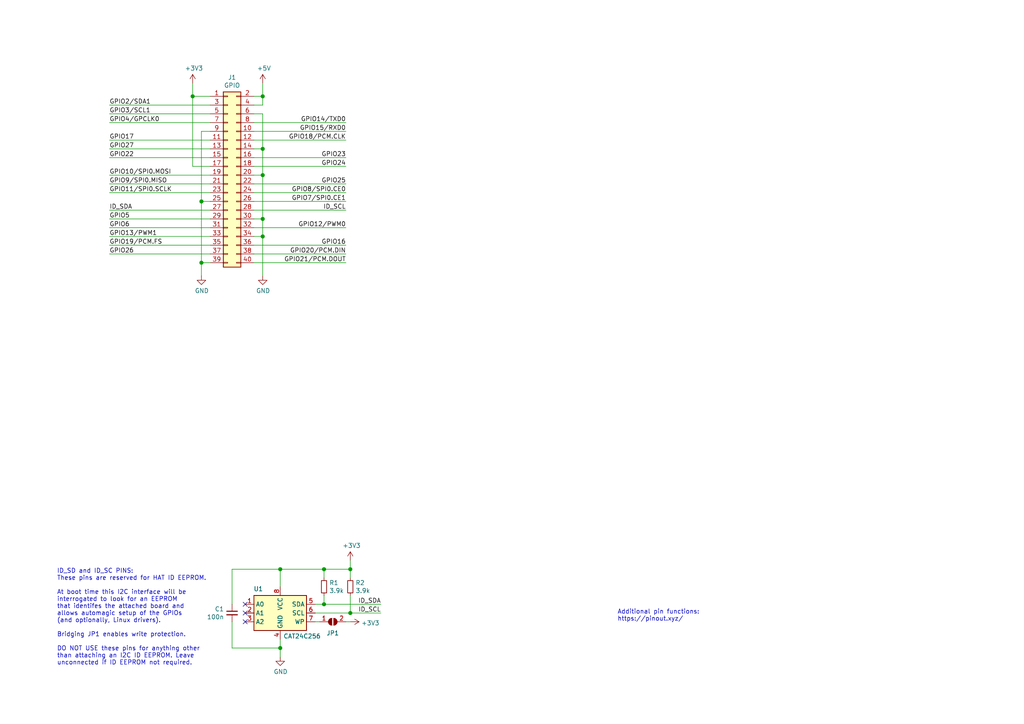
<source format=kicad_sch>
(kicad_sch (version 20221206) (generator eeschema)
  (paper "A4")
  (title_block (date "15 nov 2012"))
  (lib_symbols
    (symbol "Connector_Generic:Conn_02x20_Odd_Even" (pin_names (offset 1.016) hide)
      (property "Reference" "J" (at 1.27 25.4 0))
      (property "Value" "Conn_02x20_Odd_Even" (at 1.27 -27.94 0))
      (symbol "Conn_02x20_Odd_Even_1_1"
        (rectangle (start -1.27 -25.273) (end 0 -25.527) (stroke (width 0.1524)))
        (rectangle (start -1.27 -22.733) (end 0 -22.987) (stroke (width 0.1524)))
        (rectangle (start -1.27 -20.193) (end 0 -20.447) (stroke (width 0.1524)))
        (rectangle (start -1.27 -17.653) (end 0 -17.907) (stroke (width 0.1524)))
        (rectangle (start -1.27 -15.113) (end 0 -15.367) (stroke (width 0.1524)))
        (rectangle (start -1.27 -12.573) (end 0 -12.827) (stroke (width 0.1524)))
        (rectangle (start -1.27 -10.033) (end 0 -10.287) (stroke (width 0.1524)))
        (rectangle (start -1.27 -7.493) (end 0 -7.747) (stroke (width 0.1524)))
        (rectangle (start -1.27 -4.953) (end 0 -5.207) (stroke (width 0.1524)))
        (rectangle (start -1.27 -2.413) (end 0 -2.667) (stroke (width 0.1524)))
        (rectangle (start -1.27 0.127) (end 0 -0.127) (stroke (width 0.1524)))
        (rectangle (start -1.27 2.667) (end 0 2.413) (stroke (width 0.1524)))
        (rectangle (start -1.27 5.207) (end 0 4.953) (stroke (width 0.1524)))
        (rectangle (start -1.27 7.747) (end 0 7.493) (stroke (width 0.1524)))
        (rectangle (start -1.27 10.287) (end 0 10.033) (stroke (width 0.1524)))
        (rectangle (start -1.27 12.827) (end 0 12.573) (stroke (width 0.1524)))
        (rectangle (start -1.27 15.367) (end 0 15.113) (stroke (width 0.1524)))
        (rectangle (start -1.27 17.907) (end 0 17.653) (stroke (width 0.1524)))
        (rectangle (start -1.27 20.447) (end 0 20.193) (stroke (width 0.1524)))
        (rectangle (start -1.27 22.987) (end 0 22.733) (stroke (width 0.1524)))
        (rectangle (start -1.27 24.13) (end 3.81 -26.67) (stroke (width 0.254)) (fill (type background)))
        (rectangle (start 3.81 -25.273) (end 2.54 -25.527) (stroke (width 0.1524)))
        (rectangle (start 3.81 -22.733) (end 2.54 -22.987) (stroke (width 0.1524)))
        (rectangle (start 3.81 -20.193) (end 2.54 -20.447) (stroke (width 0.1524)))
        (rectangle (start 3.81 -17.653) (end 2.54 -17.907) (stroke (width 0.1524)))
        (rectangle (start 3.81 -15.113) (end 2.54 -15.367) (stroke (width 0.1524)))
        (rectangle (start 3.81 -12.573) (end 2.54 -12.827) (stroke (width 0.1524)))
        (rectangle (start 3.81 -10.033) (end 2.54 -10.287) (stroke (width 0.1524)))
        (rectangle (start 3.81 -7.493) (end 2.54 -7.747) (stroke (width 0.1524)))
        (rectangle (start 3.81 -4.953) (end 2.54 -5.207) (stroke (width 0.1524)))
        (rectangle (start 3.81 -2.413) (end 2.54 -2.667) (stroke (width 0.1524)))
        (rectangle (start 3.81 0.127) (end 2.54 -0.127) (stroke (width 0.1524)))
        (rectangle (start 3.81 2.667) (end 2.54 2.413) (stroke (width 0.1524)))
        (rectangle (start 3.81 5.207) (end 2.54 4.953) (stroke (width 0.1524)))
        (rectangle (start 3.81 7.747) (end 2.54 7.493) (stroke (width 0.1524)))
        (rectangle (start 3.81 10.287) (end 2.54 10.033) (stroke (width 0.1524)))
        (rectangle (start 3.81 12.827) (end 2.54 12.573) (stroke (width 0.1524)))
        (rectangle (start 3.81 15.367) (end 2.54 15.113) (stroke (width 0.1524)))
        (rectangle (start 3.81 17.907) (end 2.54 17.653) (stroke (width 0.1524)))
        (rectangle (start 3.81 20.447) (end 2.54 20.193) (stroke (width 0.1524)))
        (rectangle (start 3.81 22.987) (end 2.54 22.733) (stroke (width 0.1524)))
        (pin passive line (at -5.08 22.86 0) (length 3.81) (name "Pin_1") (number "1"))
        (pin passive line (at 7.62 12.7 180) (length 3.81) (name "Pin_10") (number "10"))
        (pin passive line (at -5.08 10.16 0) (length 3.81) (name "Pin_11") (number "11"))
        (pin passive line (at 7.62 10.16 180) (length 3.81) (name "Pin_12") (number "12"))
        (pin passive line (at -5.08 7.62 0) (length 3.81) (name "Pin_13") (number "13"))
        (pin passive line (at 7.62 7.62 180) (length 3.81) (name "Pin_14") (number "14"))
        (pin passive line (at -5.08 5.08 0) (length 3.81) (name "Pin_15") (number "15"))
        (pin passive line (at 7.62 5.08 180) (length 3.81) (name "Pin_16") (number "16"))
        (pin passive line (at -5.08 2.54 0) (length 3.81) (name "Pin_17") (number "17"))
        (pin passive line (at 7.62 2.54 180) (length 3.81) (name "Pin_18") (number "18"))
        (pin passive line (at -5.08 0 0) (length 3.81) (name "Pin_19") (number "19"))
        (pin passive line (at 7.62 22.86 180) (length 3.81) (name "Pin_2") (number "2"))
        (pin passive line (at 7.62 0 180) (length 3.81) (name "Pin_20") (number "20"))
        (pin passive line (at -5.08 -2.54 0) (length 3.81) (name "Pin_21") (number "21"))
        (pin passive line (at 7.62 -2.54 180) (length 3.81) (name "Pin_22") (number "22"))
        (pin passive line (at -5.08 -5.08 0) (length 3.81) (name "Pin_23") (number "23"))
        (pin passive line (at 7.62 -5.08 180) (length 3.81) (name "Pin_24") (number "24"))
        (pin passive line (at -5.08 -7.62 0) (length 3.81) (name "Pin_25") (number "25"))
        (pin passive line (at 7.62 -7.62 180) (length 3.81) (name "Pin_26") (number "26"))
        (pin passive line (at -5.08 -10.16 0) (length 3.81) (name "Pin_27") (number "27"))
        (pin passive line (at 7.62 -10.16 180) (length 3.81) (name "Pin_28") (number "28"))
        (pin passive line (at -5.08 -12.7 0) (length 3.81) (name "Pin_29") (number "29"))
        (pin passive line (at -5.08 20.32 0) (length 3.81) (name "Pin_3") (number "3"))
        (pin passive line (at 7.62 -12.7 180) (length 3.81) (name "Pin_30") (number "30"))
        (pin passive line (at -5.08 -15.24 0) (length 3.81) (name "Pin_31") (number "31"))
        (pin passive line (at 7.62 -15.24 180) (length 3.81) (name "Pin_32") (number "32"))
        (pin passive line (at -5.08 -17.78 0) (length 3.81) (name "Pin_33") (number "33"))
        (pin passive line (at 7.62 -17.78 180) (length 3.81) (name "Pin_34") (number "34"))
        (pin passive line (at -5.08 -20.32 0) (length 3.81) (name "Pin_35") (number "35"))
        (pin passive line (at 7.62 -20.32 180) (length 3.81) (name "Pin_36") (number "36"))
        (pin passive line (at -5.08 -22.86 0) (length 3.81) (name "Pin_37") (number "37"))
        (pin passive line (at 7.62 -22.86 180) (length 3.81) (name "Pin_38") (number "38"))
        (pin passive line (at -5.08 -25.4 0) (length 3.81) (name "Pin_39") (number "39"))
        (pin passive line (at 7.62 20.32 180) (length 3.81) (name "Pin_4") (number "4"))
        (pin passive line (at 7.62 -25.4 180) (length 3.81) (name "Pin_40") (number "40"))
        (pin passive line (at -5.08 17.78 0) (length 3.81) (name "Pin_5") (number "5"))
        (pin passive line (at 7.62 17.78 180) (length 3.81) (name "Pin_6") (number "6"))
        (pin passive line (at -5.08 15.24 0) (length 3.81) (name "Pin_7") (number "7"))
        (pin passive line (at 7.62 15.24 180) (length 3.81) (name "Pin_8") (number "8"))
        (pin passive line (at -5.08 12.7 0) (length 3.81) (name "Pin_9") (number "9"))
      )
    )
    (symbol "Device:C_Small" (pin_numbers hide) (pin_names (offset 0.254) hide)
      (property "Reference" "C" (at 0.254 1.778 0))
      (property "Value" "C_Small" (at 0.254 -2.032 0))
      (symbol "C_Small_0_1"
        (polyline (pts (xy -1.524 -0.508) (xy 1.524 -0.508)) (stroke (width 0.3302)))
        (polyline (pts (xy -1.524 0.508) (xy 1.524 0.508)) (stroke (width 0.3048)))
      )
      (symbol "C_Small_1_1"
        (pin passive line (at 0 2.54 270) (length 2.032) (name "~") (number "1"))
        (pin passive line (at 0 -2.54 90) (length 2.032) (name "~") (number "2"))
      )
    )
    (symbol "Device:R_Small" (pin_numbers hide) (pin_names (offset 0.254) hide)
      (property "Reference" "R" (at 0.762 0.508 0))
      (property "Value" "R_Small" (at 0.762 -1.016 0))
      (symbol "R_Small_0_1"
        (rectangle (start -0.762 1.778) (end 0.762 -1.778) (stroke (width 0.2032)))
      )
      (symbol "R_Small_1_1"
        (pin passive line (at 0 2.54 270) (length 0.762) (name "~") (number "1"))
        (pin passive line (at 0 -2.54 90) (length 0.762) (name "~") (number "2"))
      )
    )
    (symbol "Jumper:SolderJumper_2_Open" (pin_names (offset 0) hide)
      (property "Reference" "JP" (at 0 2.032 0))
      (property "Value" "SolderJumper_2_Open" (at 0 -2.54 0))
      (symbol "SolderJumper_2_Open_0_1"
        (arc (start -0.254 1.016) (mid -1.2656 0) (end -0.254 -1.016))
        (arc (start -0.254 1.016) (mid -1.2656 0) (end -0.254 -1.016) (fill (type outline)))
        (polyline (pts (xy -0.254 1.016) (xy -0.254 -1.016)))
        (polyline (pts (xy 0.254 1.016) (xy 0.254 -1.016)))
        (arc (start 0.254 -1.016) (mid 1.2656 0) (end 0.254 1.016))
        (arc (start 0.254 -1.016) (mid 1.2656 0) (end 0.254 1.016) (fill (type outline)))
      )
      (symbol "SolderJumper_2_Open_1_1"
        (pin passive line (at -3.81 0 0) (length 2.54) (name "A") (number "1"))
        (pin passive line (at 3.81 0 180) (length 2.54) (name "B") (number "2"))
      )
    )
    (symbol "Memory_EEPROM:CAT24C256"
      (property "Reference" "U" (at -6.35 6.35 0))
      (property "Value" "CAT24C256" (at 1.27 6.35 0))
      (symbol "CAT24C256_1_1"
        (rectangle (start -7.62 5.08) (end 7.62 -5.08) (stroke (width 0.254)) (fill (type background)))
        (pin input line (at -10.16 2.54 0) (length 2.54) (name "A0") (number "1"))
        (pin input line (at -10.16 0 0) (length 2.54) (name "A1") (number "2"))
        (pin input line (at -10.16 -2.54 0) (length 2.54) (name "A2") (number "3"))
        (pin power_in line (at 0 -7.62 90) (length 2.54) (name "GND") (number "4"))
        (pin bidirectional line (at 10.16 2.54 180) (length 2.54) (name "SDA") (number "5"))
        (pin input line (at 10.16 0 180) (length 2.54) (name "SCL") (number "6"))
        (pin input line (at 10.16 -2.54 180) (length 2.54) (name "WP") (number "7"))
        (pin power_in line (at 0 7.62 270) (length 2.54) (name "VCC") (number "8"))
      )
    )
    (symbol "power:+3.3V" (power) (pin_names (offset 0))
      (property "Value" "+3.3V" (at 0 3.556 0))
      (symbol "+3.3V_0_1"
        (polyline (pts (xy -0.762 1.27) (xy 0 2.54)))
        (polyline (pts (xy 0 0) (xy 0 2.54)))
        (polyline (pts (xy 0 2.54) (xy 0.762 1.27)))
      )
      (symbol "+3.3V_1_1"
        (pin power_in line (at 0 0 90) (length 0) hide (name "+3V3") (number "1"))
      )
    )
    (symbol "power:+5V" (power) (pin_names (offset 0))
      (property "Value" "+5V" (at 0 3.556 0))
      (symbol "+5V_0_1"
        (polyline (pts (xy -0.762 1.27) (xy 0 2.54)))
        (polyline (pts (xy 0 0) (xy 0 2.54)))
        (polyline (pts (xy 0 2.54) (xy 0.762 1.27)))
      )
      (symbol "+5V_1_1"
        (pin power_in line (at 0 0 90) (length 0) hide (name "+5V") (number "1"))
      )
    )
    (symbol "power:GND" (power) (pin_names (offset 0))
      (property "Value" "GND" (at 0 -3.81 0))
      (symbol "GND_0_1"
        (polyline (pts (xy 0 0) (xy 0 -1.27) (xy 1.27 -1.27) (xy 0 -2.54) (xy -1.27 -1.27) (xy 0 -1.27)))
      )
      (symbol "GND_1_1"
        (pin power_in line (at 0 0 270) (length 0) hide (name "GND") (number "1"))
      )
    )
  )
  (junction (at 76.2 63.5) (diameter 1.016))
  (junction (at 101.6 165.1) (diameter 1.016))
  (junction (at 55.88 27.94) (diameter 1.016))
  (junction (at 76.2 68.58) (diameter 1.016))
  (junction (at 93.98 175.26) (diameter 1.016))
  (junction (at 58.42 58.42) (diameter 1.016))
  (junction (at 76.2 50.8) (diameter 1.016))
  (junction (at 76.2 43.18) (diameter 1.016))
  (junction (at 93.98 165.1) (diameter 1.016))
  (junction (at 81.28 187.96) (diameter 1.016))
  (junction (at 81.28 165.1) (diameter 1.016))
  (junction (at 58.42 76.2) (diameter 1.016))
  (junction (at 76.2 27.94) (diameter 1.016))
  (junction (at 101.6 177.8) (diameter 1.016))
  (no_connect (at 71.12 175.26))
  (no_connect (at 71.12 177.8))
  (no_connect (at 71.12 180.34))
  (wire (pts (xy 58.42 58.42) (xy 58.42 76.2)))
  (wire (pts (xy 73.66 58.42) (xy 100.33 58.42)))
  (wire (pts (xy 60.96 40.64) (xy 31.75 40.64)))
  (wire (pts (xy 81.28 165.1) (xy 93.98 165.1)))
  (wire (pts (xy 101.6 165.1) (xy 93.98 165.1)))
  (wire (pts (xy 101.6 167.64) (xy 101.6 165.1)))
  (wire (pts (xy 76.2 33.02) (xy 76.2 43.18)))
  (wire (pts (xy 76.2 50.8) (xy 73.66 50.8)))
  (wire (pts (xy 76.2 63.5) (xy 76.2 68.58)))
  (wire (pts (xy 76.2 50.8) (xy 76.2 63.5)))
  (wire (pts (xy 73.66 35.56) (xy 100.33 35.56)))
  (wire (pts (xy 58.42 38.1) (xy 58.42 58.42)))
  (wire (pts (xy 91.44 175.26) (xy 93.98 175.26)))
  (wire (pts (xy 93.98 175.26) (xy 110.49 175.26)))
  (wire (pts (xy 58.42 38.1) (xy 60.96 38.1)))
  (wire (pts (xy 91.44 180.34) (xy 92.71 180.34)))
  (wire (pts (xy 100.33 180.34) (xy 101.6 180.34)))
  (wire (pts (xy 73.66 55.88) (xy 100.33 55.88)))
  (wire (pts (xy 60.96 60.96) (xy 31.75 60.96)))
  (wire (pts (xy 31.75 63.5) (xy 60.96 63.5)))
  (wire (pts (xy 58.42 58.42) (xy 60.96 58.42)))
  (wire (pts (xy 101.6 162.56) (xy 101.6 165.1)))
  (wire (pts (xy 73.66 45.72) (xy 100.33 45.72)))
  (wire (pts (xy 81.28 165.1) (xy 81.28 170.18)))
  (wire (pts (xy 73.66 76.2) (xy 100.33 76.2)))
  (wire (pts (xy 58.42 76.2) (xy 58.42 80.01)))
  (wire (pts (xy 31.75 43.18) (xy 60.96 43.18)))
  (wire (pts (xy 101.6 172.72) (xy 101.6 177.8)))
  (wire (pts (xy 55.88 24.13) (xy 55.88 27.94)))
  (wire (pts (xy 76.2 68.58) (xy 73.66 68.58)))
  (wire (pts (xy 31.75 33.02) (xy 60.96 33.02)))
  (wire (pts (xy 31.75 55.88) (xy 60.96 55.88)))
  (wire (pts (xy 55.88 48.26) (xy 60.96 48.26)))
  (wire (pts (xy 60.96 30.48) (xy 31.75 30.48)))
  (wire (pts (xy 76.2 27.94) (xy 76.2 30.48)))
  (wire (pts (xy 76.2 43.18) (xy 76.2 50.8)))
  (wire (pts (xy 73.66 40.64) (xy 100.33 40.64)))
  (wire (pts (xy 76.2 43.18) (xy 73.66 43.18)))
  (wire (pts (xy 76.2 24.13) (xy 76.2 27.94)))
  (wire (pts (xy 31.75 35.56) (xy 60.96 35.56)))
  (wire (pts (xy 93.98 165.1) (xy 93.98 167.64)))
  (wire (pts (xy 76.2 27.94) (xy 73.66 27.94)))
  (wire (pts (xy 55.88 27.94) (xy 55.88 48.26)))
  (wire (pts (xy 73.66 48.26) (xy 100.33 48.26)))
  (wire (pts (xy 73.66 38.1) (xy 100.33 38.1)))
  (wire (pts (xy 93.98 172.72) (xy 93.98 175.26)))
  (wire (pts (xy 91.44 177.8) (xy 101.6 177.8)))
  (wire (pts (xy 101.6 177.8) (xy 110.49 177.8)))
  (wire (pts (xy 31.75 45.72) (xy 60.96 45.72)))
  (wire (pts (xy 31.75 53.34) (xy 60.96 53.34)))
  (wire (pts (xy 31.75 66.04) (xy 60.96 66.04)))
  (wire (pts (xy 76.2 30.48) (xy 73.66 30.48)))
  (wire (pts (xy 31.75 71.12) (xy 60.96 71.12)))
  (wire (pts (xy 73.66 71.12) (xy 100.33 71.12)))
  (wire (pts (xy 73.66 66.04) (xy 100.33 66.04)))
  (wire (pts (xy 58.42 76.2) (xy 60.96 76.2)))
  (wire (pts (xy 73.66 73.66) (xy 100.33 73.66)))
  (wire (pts (xy 76.2 33.02) (xy 73.66 33.02)))
  (wire (pts (xy 31.75 73.66) (xy 60.96 73.66)))
  (wire (pts (xy 67.31 165.1) (xy 67.31 175.26)))
  (wire (pts (xy 67.31 180.34) (xy 67.31 187.96)))
  (wire (pts (xy 67.31 187.96) (xy 81.28 187.96)))
  (wire (pts (xy 81.28 165.1) (xy 67.31 165.1)))
  (wire (pts (xy 81.28 185.42) (xy 81.28 187.96)))
  (wire (pts (xy 81.28 187.96) (xy 81.28 190.5)))
  (wire (pts (xy 76.2 68.58) (xy 76.2 80.01)))
  (wire (pts (xy 73.66 53.34) (xy 100.33 53.34)))
  (wire (pts (xy 60.96 68.58) (xy 31.75 68.58)))
  (wire (pts (xy 76.2 63.5) (xy 73.66 63.5)))
  (wire (pts (xy 55.88 27.94) (xy 60.96 27.94)))
  (wire (pts (xy 60.96 50.8) (xy 31.75 50.8)))
  (wire (pts (xy 73.66 60.96) (xy 100.33 60.96)))
  (text "ID_SD and ID_SC PINS:\nThese pins are reserved for HAT ID EEPROM.\n\nAt boot time this I2C interface will be\ninterrogated to look for an EEPROM\nthat identifes the attached board and\nallows automagic setup of the GPIOs\n(and optionally, Linux drivers).\n\nBridging JP1 enables write protection.\n\nDO NOT USE these pins for anything other\nthan attaching an I2C ID EEPROM. Leave\nunconnected if ID EEPROM not required." (at 16.51 193.04 0) (effects (font (size 1.27 1.27)) (justify left bottom)))
  (text "Additional pin functions:\nhttps://pinout.xyz/" (at 179.07 180.34 0) (effects (font (size 1.27 1.27)) (justify left bottom)))
  (label "ID_SDA" (at 31.75 60.96 0))
  (label "GPIO6" (at 31.75 66.04 0))
  (label "ID_SDA" (at 110.49 175.26 180))
  (label "ID_SCL" (at 100.33 60.96 180))
  (label "GPIO5" (at 31.75 63.5 0))
  (label "GPIO21{slash}PCM.DOUT" (at 100.33 76.2 180))
  (label "GPIO19{slash}PCM.FS" (at 31.75 71.12 0))
  (label "GPIO10{slash}SPI0.MOSI" (at 31.75 50.8 0))
  (label "GPIO9{slash}SPI0.MISO" (at 31.75 53.34 0))
  (label "GPIO23" (at 100.33 45.72 180))
  (label "GPIO4{slash}GPCLK0" (at 31.75 35.56 0))
  (label "GPIO27" (at 31.75 43.18 0))
  (label "GPIO26" (at 31.75 73.66 0))
  (label "GPIO14{slash}TXD0" (at 100.33 35.56 180))
  (label "GPIO8{slash}SPI0.CE0" (at 100.33 55.88 180))
  (label "GPIO15{slash}RXD0" (at 100.33 38.1 180))
  (label "GPIO16" (at 100.33 71.12 180))
  (label "GPIO22" (at 31.75 45.72 0))
  (label "GPIO2{slash}SDA1" (at 31.75 30.48 0))
  (label "GPIO17" (at 31.75 40.64 0))
  (label "GPIO25" (at 100.33 53.34 180))
  (label "GPIO3{slash}SCL1" (at 31.75 33.02 0))
  (label "GPIO18{slash}PCM.CLK" (at 100.33 40.64 180))
  (label "GPIO12{slash}PWM0" (at 100.33 66.04 180))
  (label "GPIO13{slash}PWM1" (at 31.75 68.58 0))
  (label "GPIO20{slash}PCM.DIN" (at 100.33 73.66 180))
  (label "GPIO24" (at 100.33 48.26 180))
  (label "GPIO7{slash}SPI0.CE1" (at 100.33 58.42 180))
  (label "ID_SCL" (at 110.49 177.8 180))
  (label "GPIO11{slash}SPI0.SCLK" (at 31.75 55.88 0))
  (symbol (lib_id "power:+5V") (at 76.2 24.13 0) (unit 1)
    (property "Reference" "#PWR01" (effects hide))
    (property "Value" "+5V" (at 76.5683 19.8056 0))
  )
  (symbol (lib_id "power:+3.3V") (at 55.88 24.13 0) (unit 1)
    (property "Reference" "#PWR04" (effects hide))
    (property "Value" "+3.3V" (at 56.2483 19.8056 0))
  )
  (symbol (lib_id "power:GND") (at 76.2 80.01 0) (unit 1)
    (property "Reference" "#PWR02" (effects hide))
    (property "Value" "GND" (at 76.3143 84.3344 0))
  )
  (symbol (lib_id "power:GND") (at 58.42 80.01 0) (unit 1)
    (property "Reference" "#PWR03" (effects hide))
    (property "Value" "GND" (at 58.5343 84.3344 0))
  )
  (symbol (lib_id "Connector_Generic:Conn_02x20_Odd_Even") (at 66.04 50.8 0) (unit 1)
    (property "Reference" "J1" (at 67.31 22.4598 0))
    (property "Value" "GPIO" (at 67.31 24.765 0))
    (property "Footprint" "Connector_PinSocket_2.54mm:PinSocket_2x20_P2.54mm_Vertical" (effects hide))
  )
  (symbol (lib_id "Device:C_Small") (at 67.31 177.8 0) (unit 1)
    (property "Reference" "C1" (at 64.9858 176.6506 0) (effects (justify right)))
    (property "Value" "100n" (at 64.9858 178.9493 0) (effects (justify right)))
  )
  (symbol (lib_id "Device:R_Small") (at 93.98 170.18 0) (unit 1)
    (property "Reference" "R1" (at 95.4786 169.037 0) (effects (justify left)))
    (property "Value" "3.9k" (at 95.4787 171.3293 0) (effects (justify left)))
  )
  (symbol (lib_id "Jumper:SolderJumper_2_Open") (at 96.52 180.34 0) (unit 1)
    (property "Reference" "JP1" (at 96.52 183.623 0))
    (property "Value" "ID_WP" (effects hide))
  )
  (symbol (lib_id "Device:R_Small") (at 101.6 170.18 0) (unit 1)
    (property "Reference" "R2" (at 103.0986 169.037 0) (effects (justify left)))
    (property "Value" "3.9k" (at 103.0987 171.3293 0) (effects (justify left)))
  )
  (symbol (lib_id "power:+3.3V") (at 101.6 162.56 0) (unit 1)
    (property "Reference" "#PWR0101" (effects hide))
    (property "Value" "+3.3V" (at 101.9683 158.2356 0))
  )
  (symbol (lib_id "Memory_EEPROM:CAT24C256") (at 81.28 177.8 0) (unit 1)
    (property "Reference" "U1" (at 74.93 170.7958 0))
    (property "Value" "CAT24C256" (at 87.63 184.5245 0))
    (property "Datasheet" "https://www.onsemi.cn/PowerSolutions/document/CAT24C256-D.PDF" (effects hide))
  )
  (symbol (lib_id "power:GND") (at 81.28 190.5 0) (unit 1)
    (property "Reference" "#PWR0102" (effects hide))
    (property "Value" "GND" (at 81.3943 194.8244 0))
  )
  (symbol (lib_id "power:+3.3V") (at 101.6 180.34 270) (unit 1)
    (property "Reference" "#PWR0103" (effects hide))
    (property "Value" "+3.3V" (at 104.7751 180.7083 90) (effects (justify left)))
  )
)
</source>
